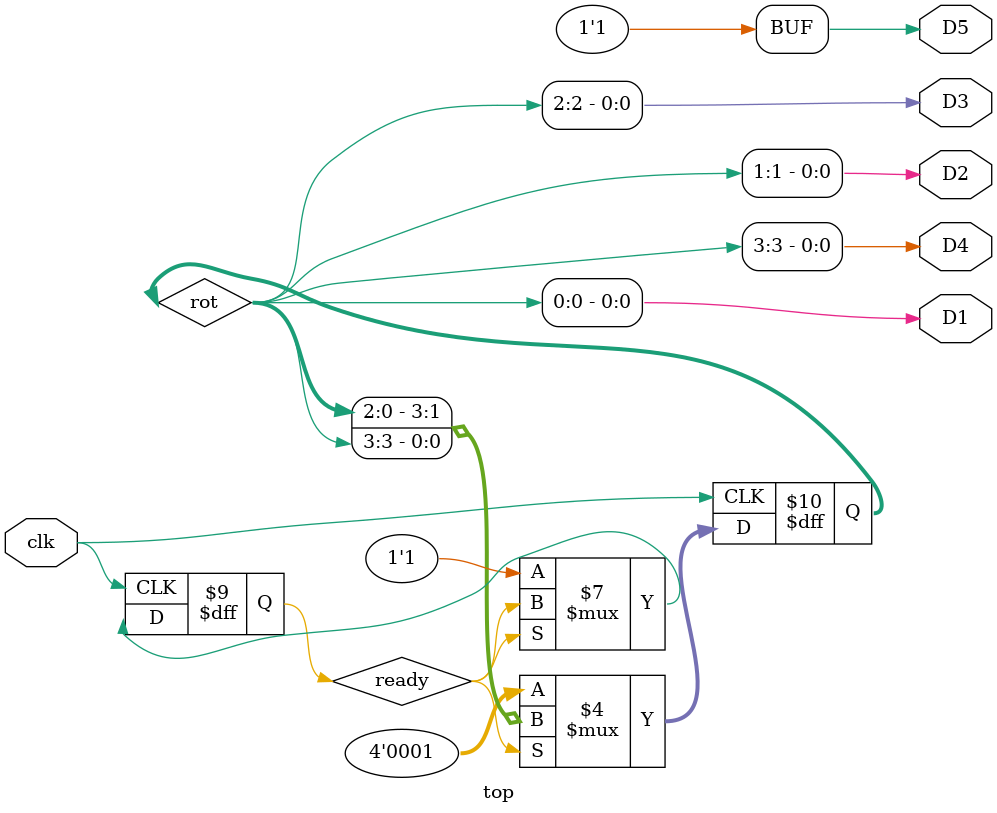
<source format=v>
module top (
    input  clk,
    output D1,
    output D2,
    output D3,
    output D4,
    output D5
);

  reg ready = 0;
  reg [3:0] rot;

  always @(posedge clk) begin
    if (ready) begin
      rot <= {rot[2:0], rot[3]};
    end else begin
      ready <= 1;
      rot   <= 4'b0001;
    end
  end

  assign D1 = rot[0];
  assign D2 = rot[1];
  assign D3 = rot[2];
  assign D4 = rot[3];
  assign D5 = 1;
endmodule  // top

</source>
